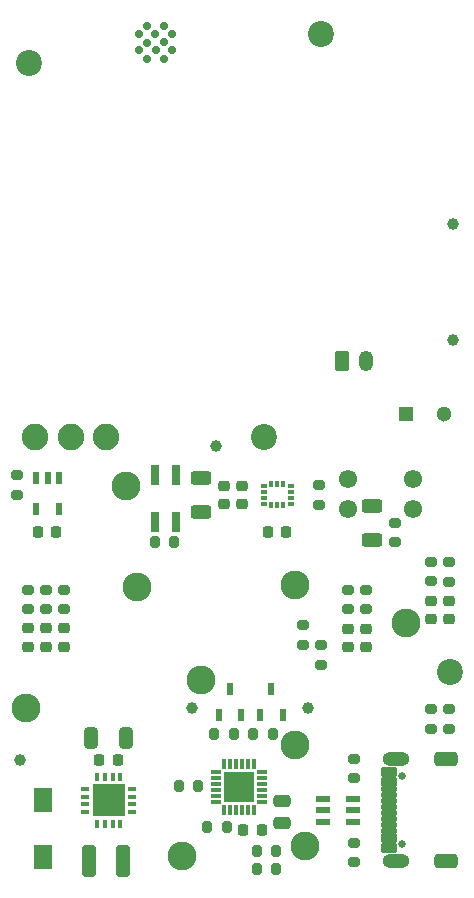
<source format=gbr>
%TF.GenerationSoftware,KiCad,Pcbnew,8.0.4*%
%TF.CreationDate,2024-08-24T14:44:17+02:00*%
%TF.ProjectId,BarbelMotionTracker-V1,42617262-656c-44d6-9f74-696f6e547261,rev?*%
%TF.SameCoordinates,PX7bfa480PY7735940*%
%TF.FileFunction,Soldermask,Bot*%
%TF.FilePolarity,Negative*%
%FSLAX46Y46*%
G04 Gerber Fmt 4.6, Leading zero omitted, Abs format (unit mm)*
G04 Created by KiCad (PCBNEW 8.0.4) date 2024-08-24 14:44:17*
%MOMM*%
%LPD*%
G01*
G04 APERTURE LIST*
G04 Aperture macros list*
%AMRoundRect*
0 Rectangle with rounded corners*
0 $1 Rounding radius*
0 $2 $3 $4 $5 $6 $7 $8 $9 X,Y pos of 4 corners*
0 Add a 4 corners polygon primitive as box body*
4,1,4,$2,$3,$4,$5,$6,$7,$8,$9,$2,$3,0*
0 Add four circle primitives for the rounded corners*
1,1,$1+$1,$2,$3*
1,1,$1+$1,$4,$5*
1,1,$1+$1,$6,$7*
1,1,$1+$1,$8,$9*
0 Add four rect primitives between the rounded corners*
20,1,$1+$1,$2,$3,$4,$5,0*
20,1,$1+$1,$4,$5,$6,$7,0*
20,1,$1+$1,$6,$7,$8,$9,0*
20,1,$1+$1,$8,$9,$2,$3,0*%
G04 Aperture macros list end*
%ADD10C,2.200000*%
%ADD11C,1.550000*%
%ADD12C,0.700000*%
%ADD13C,2.250000*%
%ADD14R,1.300000X1.300000*%
%ADD15C,1.300000*%
%ADD16C,2.450000*%
%ADD17RoundRect,0.225000X0.225000X0.250000X-0.225000X0.250000X-0.225000X-0.250000X0.225000X-0.250000X0*%
%ADD18RoundRect,0.200000X0.200000X0.275000X-0.200000X0.275000X-0.200000X-0.275000X0.200000X-0.275000X0*%
%ADD19C,1.000000*%
%ADD20RoundRect,0.200000X-0.275000X0.200000X-0.275000X-0.200000X0.275000X-0.200000X0.275000X0.200000X0*%
%ADD21RoundRect,0.225000X0.250000X-0.225000X0.250000X0.225000X-0.250000X0.225000X-0.250000X-0.225000X0*%
%ADD22R,0.550000X1.050000*%
%ADD23RoundRect,0.250000X-0.350000X-0.625000X0.350000X-0.625000X0.350000X0.625000X-0.350000X0.625000X0*%
%ADD24O,1.200000X1.750000*%
%ADD25RoundRect,0.200000X-0.200000X-0.275000X0.200000X-0.275000X0.200000X0.275000X-0.200000X0.275000X0*%
%ADD26R,0.600000X1.100000*%
%ADD27RoundRect,0.250000X0.325000X0.650000X-0.325000X0.650000X-0.325000X-0.650000X0.325000X-0.650000X0*%
%ADD28R,1.600000X2.150000*%
%ADD29R,0.850000X0.300000*%
%ADD30R,0.300000X0.850000*%
%ADD31R,2.550000X2.550000*%
%ADD32RoundRect,0.250000X-0.325000X-1.100000X0.325000X-1.100000X0.325000X1.100000X-0.325000X1.100000X0*%
%ADD33RoundRect,0.250000X0.475000X-0.250000X0.475000X0.250000X-0.475000X0.250000X-0.475000X-0.250000X0*%
%ADD34C,0.650000*%
%ADD35RoundRect,0.102000X-0.550000X0.300000X-0.550000X-0.300000X0.550000X-0.300000X0.550000X0.300000X0*%
%ADD36RoundRect,0.102000X-0.575000X0.300000X-0.575000X-0.300000X0.575000X-0.300000X0.575000X0.300000X0*%
%ADD37RoundRect,0.102000X-0.575000X0.150000X-0.575000X-0.150000X0.575000X-0.150000X0.575000X0.150000X0*%
%ADD38O,2.304000X1.204000*%
%ADD39RoundRect,0.301000X-0.701000X0.301000X-0.701000X-0.301000X0.701000X-0.301000X0.701000X0.301000X0*%
%ADD40RoundRect,0.250000X0.625000X-0.312500X0.625000X0.312500X-0.625000X0.312500X-0.625000X-0.312500X0*%
%ADD41R,1.200000X0.600000*%
%ADD42R,0.600000X0.300000*%
%ADD43R,0.300000X0.600000*%
%ADD44R,0.790000X1.660000*%
%ADD45RoundRect,0.200000X0.275000X-0.200000X0.275000X0.200000X-0.275000X0.200000X-0.275000X-0.200000X0*%
%ADD46R,0.350000X0.800000*%
%ADD47R,0.800000X0.350000*%
%ADD48R,2.800000X2.800000*%
G04 APERTURE END LIST*
D10*
%TO.C,H2*%
X26700000Y71700000D03*
%TD*%
D11*
%TO.C,IC9*%
X34500000Y31500000D03*
X34500000Y34040000D03*
X29000000Y34040000D03*
X29000000Y31500000D03*
%TD*%
D12*
%TO.C,U1*%
X11300000Y71700000D03*
X11300000Y70300000D03*
X12000000Y72400000D03*
X12000000Y70950000D03*
X12000000Y69550000D03*
X12650000Y71700000D03*
X12700000Y70300000D03*
X13400000Y72400000D03*
X13400000Y71000000D03*
X13400000Y69590000D03*
X14100000Y71650000D03*
X14100000Y70300000D03*
%TD*%
D13*
%TO.C,SW1*%
X8500000Y37600000D03*
X5500000Y37600000D03*
X2500000Y37600000D03*
%TD*%
D10*
%TO.C,H4*%
X2000000Y69200000D03*
%TD*%
%TO.C,H3*%
X37600000Y17700000D03*
%TD*%
%TO.C,H1*%
X21900000Y37600000D03*
%TD*%
D14*
%TO.C,U3*%
X33900000Y39500000D03*
D15*
X37100000Y39500000D03*
%TD*%
D16*
%TO.C,ENC1*%
X14900000Y2100000D03*
X25300000Y2900000D03*
X24500000Y11500000D03*
X16500000Y17000000D03*
X33900000Y21800000D03*
X24500000Y25000000D03*
X11100000Y24900000D03*
X1700000Y14600000D03*
X10200000Y33400000D03*
%TD*%
D17*
%TO.C,C6*%
X4275000Y29500000D03*
X2725000Y29500000D03*
%TD*%
D18*
%TO.C,R40*%
X14275000Y28650000D03*
X12625000Y28650000D03*
%TD*%
D19*
%TO.C,TP8*%
X25600000Y14600000D03*
%TD*%
D18*
%TO.C,R8*%
X22900000Y2500000D03*
X21250000Y2500000D03*
%TD*%
D20*
%TO.C,R4*%
X25200000Y21625000D03*
X25200000Y19975000D03*
%TD*%
%TO.C,R22*%
X4900000Y24650000D03*
X4900000Y23000000D03*
%TD*%
D21*
%TO.C,C15*%
X36000000Y22162500D03*
X36000000Y23712500D03*
%TD*%
D18*
%TO.C,R45*%
X16325000Y8000000D03*
X14675000Y8000000D03*
%TD*%
D20*
%TO.C,R19*%
X1900000Y24650000D03*
X1900000Y23000000D03*
%TD*%
D22*
%TO.C,IC3*%
X2600000Y34100000D03*
X3550000Y34100000D03*
X4500000Y34100000D03*
X4500000Y31500000D03*
X2600000Y31500000D03*
%TD*%
D23*
%TO.C,J4*%
X28500000Y44000000D03*
D24*
X30500000Y44000000D03*
%TD*%
D19*
%TO.C,TP2*%
X37900000Y45800000D03*
%TD*%
D21*
%TO.C,C18*%
X30500000Y19800000D03*
X30500000Y21350000D03*
%TD*%
D25*
%TO.C,R6*%
X21250000Y1000000D03*
X22900000Y1000000D03*
%TD*%
D20*
%TO.C,R20*%
X36000000Y26987500D03*
X36000000Y25337500D03*
%TD*%
%TO.C,R21*%
X37500000Y26962500D03*
X37500000Y25312500D03*
%TD*%
D26*
%TO.C,Q2*%
X23450000Y14000000D03*
X21550000Y14000000D03*
X22500000Y16200000D03*
%TD*%
D19*
%TO.C,TP7*%
X17800000Y36800000D03*
%TD*%
D27*
%TO.C,C38*%
X10175000Y12100000D03*
X7225000Y12100000D03*
%TD*%
D20*
%TO.C,R12*%
X1000000Y34325000D03*
X1000000Y32675000D03*
%TD*%
D28*
%TO.C,L1*%
X3125000Y6800000D03*
X3125000Y2000000D03*
%TD*%
D20*
%TO.C,R5*%
X26700000Y19925000D03*
X26700000Y18275000D03*
%TD*%
D17*
%TO.C,C36*%
X9475000Y10200000D03*
X7925000Y10200000D03*
%TD*%
D21*
%TO.C,C26*%
X18500000Y31900000D03*
X18500000Y33450000D03*
%TD*%
D29*
%TO.C,IC2*%
X21700000Y9200000D03*
X21700000Y8700000D03*
X21700000Y8200000D03*
X21700000Y7700000D03*
X21700000Y7200000D03*
X21700000Y6700000D03*
D30*
X21000000Y6000000D03*
X20500000Y6000000D03*
X20000000Y6000000D03*
X19500000Y6000000D03*
X19000000Y6000000D03*
X18500000Y6000000D03*
D29*
X17800000Y6700000D03*
X17800000Y7200000D03*
X17800000Y7700000D03*
X17800000Y8200000D03*
X17800000Y8700000D03*
X17800000Y9200000D03*
D30*
X18500000Y9900000D03*
X19000000Y9900000D03*
X19500000Y9900000D03*
X20000000Y9900000D03*
X20500000Y9900000D03*
X21000000Y9900000D03*
D31*
X19750000Y7950000D03*
%TD*%
D20*
%TO.C,R24*%
X29000000Y24625000D03*
X29000000Y22975000D03*
%TD*%
D32*
%TO.C,C37*%
X7025000Y1700000D03*
X9975000Y1700000D03*
%TD*%
D33*
%TO.C,C4*%
X23400000Y4850000D03*
X23400000Y6750000D03*
%TD*%
D21*
%TO.C,C13*%
X3400000Y19825000D03*
X3400000Y21375000D03*
%TD*%
%TO.C,C25*%
X20000000Y31900000D03*
X20000000Y33450000D03*
%TD*%
%TO.C,C14*%
X1900000Y19825000D03*
X1900000Y21375000D03*
%TD*%
D34*
%TO.C,J1*%
X33570000Y8890000D03*
X33570000Y3110000D03*
D35*
X32495000Y9200000D03*
D36*
X32495000Y8400000D03*
D37*
X32495000Y7250000D03*
X32495000Y6250000D03*
X32495000Y5750000D03*
X32495000Y4750000D03*
D35*
X32495000Y2800000D03*
D36*
X32495000Y3600000D03*
D37*
X32495000Y4250000D03*
X32495000Y5250000D03*
X32495000Y6750000D03*
X32495000Y7750000D03*
D38*
X33070000Y10320000D03*
X33070000Y1680000D03*
D39*
X37250000Y10320000D03*
X37250000Y1680000D03*
%TD*%
D21*
%TO.C,C16*%
X37500000Y22137500D03*
X37500000Y23687500D03*
%TD*%
D17*
%TO.C,C24*%
X23775000Y29500000D03*
X22225000Y29500000D03*
%TD*%
D40*
%TO.C,R41*%
X31000000Y28837500D03*
X31000000Y31762500D03*
%TD*%
D21*
%TO.C,C19*%
X29000000Y19800000D03*
X29000000Y21350000D03*
%TD*%
D25*
%TO.C,R7*%
X17075000Y4530000D03*
X18725000Y4530000D03*
%TD*%
D41*
%TO.C,IC1*%
X26880000Y5000000D03*
X26880000Y5950000D03*
X26880000Y6900000D03*
X29380000Y6900000D03*
X29380000Y5950000D03*
X29380000Y5000000D03*
%TD*%
D20*
%TO.C,R16*%
X3400000Y24650000D03*
X3400000Y23000000D03*
%TD*%
D42*
%TO.C,IC7*%
X24150000Y33425000D03*
X24150000Y32925000D03*
X24150000Y32425000D03*
X24150000Y31925000D03*
D43*
X23500000Y31775000D03*
X23000000Y31775000D03*
X22500000Y31775000D03*
D42*
X21850000Y31925000D03*
X21850000Y32425000D03*
X21850000Y32925000D03*
X21850000Y33425000D03*
D43*
X22500000Y33575000D03*
X23000000Y33575000D03*
X23500000Y33575000D03*
%TD*%
D44*
%TO.C,U4*%
X14400000Y34366500D03*
X14400000Y30366500D03*
X12600000Y30366500D03*
X12600000Y34366500D03*
%TD*%
D17*
%TO.C,C5*%
X21675000Y4300000D03*
X20125000Y4300000D03*
%TD*%
D20*
%TO.C,R1*%
X29500000Y10325000D03*
X29500000Y8675000D03*
%TD*%
D40*
%TO.C,R38*%
X16500000Y31212500D03*
X16500000Y34137500D03*
%TD*%
D18*
%TO.C,R9*%
X22600000Y12450000D03*
X20950000Y12450000D03*
%TD*%
D19*
%TO.C,TP6*%
X15800000Y14600000D03*
%TD*%
%TO.C,TP4*%
X37900000Y55600000D03*
%TD*%
D21*
%TO.C,C17*%
X4900000Y19825000D03*
X4900000Y21375000D03*
%TD*%
D19*
%TO.C,TP1*%
X1200000Y10200000D03*
%TD*%
D20*
%TO.C,R13*%
X37500000Y14500000D03*
X37500000Y12850000D03*
%TD*%
%TO.C,R2*%
X29500000Y3225000D03*
X29500000Y1575000D03*
%TD*%
D45*
%TO.C,R11*%
X36000000Y12850000D03*
X36000000Y14500000D03*
%TD*%
D26*
%TO.C,Q1*%
X19950000Y14000000D03*
X18050000Y14000000D03*
X19000000Y16200000D03*
%TD*%
D45*
%TO.C,R47*%
X26500000Y31850000D03*
X26500000Y33500000D03*
%TD*%
%TO.C,R43*%
X33000000Y28675000D03*
X33000000Y30325000D03*
%TD*%
D25*
%TO.C,R10*%
X17675000Y12450000D03*
X19325000Y12450000D03*
%TD*%
D20*
%TO.C,R23*%
X30500000Y24625000D03*
X30500000Y22975000D03*
%TD*%
D46*
%TO.C,IC5*%
X7750000Y8800000D03*
X8400000Y8800000D03*
X9050000Y8800000D03*
X9700000Y8800000D03*
D47*
X10725000Y7775000D03*
X10725000Y7125000D03*
X10725000Y6475000D03*
X10725000Y5825000D03*
D46*
X9700000Y4800000D03*
X9050000Y4800000D03*
X8400000Y4800000D03*
X7750000Y4800000D03*
D47*
X6725000Y5825000D03*
X6725000Y6475000D03*
X6725000Y7125000D03*
X6725000Y7775000D03*
D48*
X8725000Y6800000D03*
%TD*%
M02*

</source>
